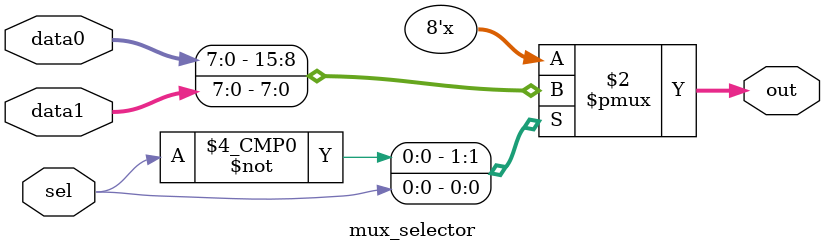
<source format=sv>
module basic_mux_2to1(
    input [7:0] data0, data1,
    input sel,
    output [7:0] out
);

    mux_selector selector(
        .data0(data0),
        .data1(data1),
        .sel(sel),
        .out(out)
    );

endmodule

module mux_selector(
    input [7:0] data0, data1,
    input sel,
    output reg [7:0] out
);

    always @(*) begin
        case (sel)
            1'b0: out = data0;
            1'b1: out = data1;
            default: out = 8'b0;
        endcase
    end

endmodule
</source>
